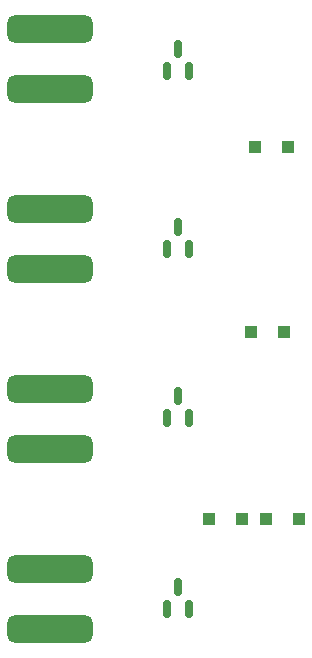
<source format=gbr>
%TF.GenerationSoftware,KiCad,Pcbnew,7.0.10*%
%TF.CreationDate,2024-07-21T07:16:58-04:00*%
%TF.ProjectId,12.2.1 - PLC Connector,31322e32-2e31-4202-9d20-504c4320436f,rev?*%
%TF.SameCoordinates,Original*%
%TF.FileFunction,Paste,Top*%
%TF.FilePolarity,Positive*%
%FSLAX46Y46*%
G04 Gerber Fmt 4.6, Leading zero omitted, Abs format (unit mm)*
G04 Created by KiCad (PCBNEW 7.0.10) date 2024-07-21 07:16:58*
%MOMM*%
%LPD*%
G01*
G04 APERTURE LIST*
G04 Aperture macros list*
%AMRoundRect*
0 Rectangle with rounded corners*
0 $1 Rounding radius*
0 $2 $3 $4 $5 $6 $7 $8 $9 X,Y pos of 4 corners*
0 Add a 4 corners polygon primitive as box body*
4,1,4,$2,$3,$4,$5,$6,$7,$8,$9,$2,$3,0*
0 Add four circle primitives for the rounded corners*
1,1,$1+$1,$2,$3*
1,1,$1+$1,$4,$5*
1,1,$1+$1,$6,$7*
1,1,$1+$1,$8,$9*
0 Add four rect primitives between the rounded corners*
20,1,$1+$1,$2,$3,$4,$5,0*
20,1,$1+$1,$4,$5,$6,$7,0*
20,1,$1+$1,$6,$7,$8,$9,0*
20,1,$1+$1,$8,$9,$2,$3,0*%
G04 Aperture macros list end*
%ADD10RoundRect,0.572500X-3.045750X-0.572500X3.045750X-0.572500X3.045750X0.572500X-3.045750X0.572500X0*%
%ADD11RoundRect,0.150000X0.150000X-0.587500X0.150000X0.587500X-0.150000X0.587500X-0.150000X-0.587500X0*%
%ADD12RoundRect,0.250000X-0.300000X-0.300000X0.300000X-0.300000X0.300000X0.300000X-0.300000X0.300000X0*%
%ADD13RoundRect,0.250000X0.300000X0.300000X-0.300000X0.300000X-0.300000X-0.300000X0.300000X-0.300000X0*%
G04 APERTURE END LIST*
D10*
%TO.C,J108*%
X158055361Y-54849351D03*
%TD*%
D11*
%TO.C,D105*%
X167921369Y-58415349D03*
X169821369Y-58415349D03*
X168871369Y-56540349D03*
%TD*%
%TO.C,D106*%
X167894000Y-73520500D03*
X169794000Y-73520500D03*
X168844000Y-71645500D03*
%TD*%
D10*
%TO.C,J105*%
X158043763Y-90429020D03*
%TD*%
D12*
%TO.C,D101*%
X175003000Y-80518000D03*
X177803000Y-80518000D03*
%TD*%
D10*
%TO.C,J101*%
X158049672Y-59928939D03*
%TD*%
%TO.C,J109*%
X158038266Y-105663999D03*
%TD*%
D13*
%TO.C,D104*%
X179076000Y-96393000D03*
X176276000Y-96393000D03*
%TD*%
D10*
%TO.C,J115*%
X158043068Y-75184540D03*
%TD*%
D11*
%TO.C,D108*%
X167894000Y-87805500D03*
X169794000Y-87805500D03*
X168844000Y-85930500D03*
%TD*%
D10*
%TO.C,J106*%
X158034199Y-85336469D03*
%TD*%
D11*
%TO.C,D107*%
X167894000Y-104013000D03*
X169794000Y-104013000D03*
X168844000Y-102138000D03*
%TD*%
D10*
%TO.C,J110*%
X158040712Y-100575452D03*
%TD*%
D12*
%TO.C,D103*%
X171447000Y-96393000D03*
X174247000Y-96393000D03*
%TD*%
%TO.C,D102*%
X175384000Y-64897000D03*
X178184000Y-64897000D03*
%TD*%
D10*
%TO.C,J114*%
X158039695Y-70104000D03*
%TD*%
M02*

</source>
